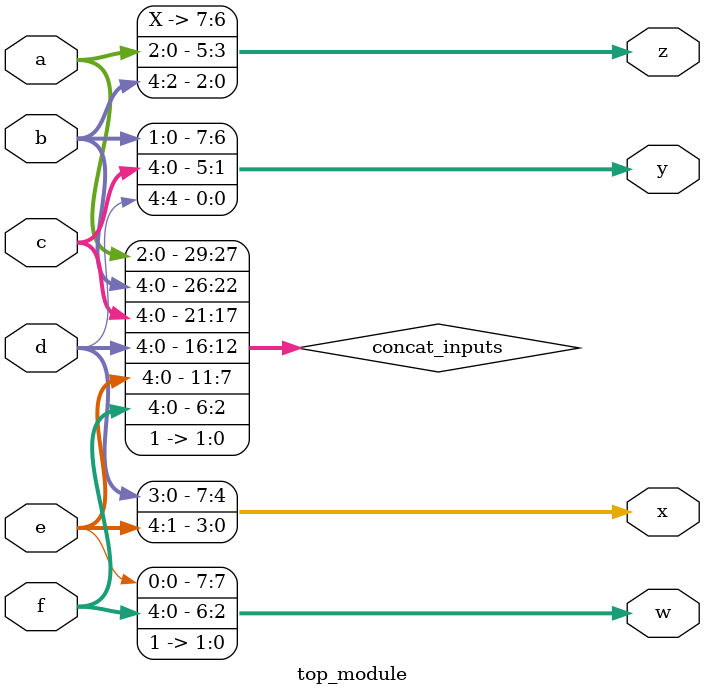
<source format=sv>
module top_module (
    input [4:0] a,
    input [4:0] b,
    input [4:0] c,
    input [4:0] d,
    input [4:0] e,
    input [4:0] f,
    output [7:0] w,
    output [7:0] x,
    output [7:0] y,
    output [7:0] z
);

wire [29:0] concat_inputs;

assign concat_inputs = {a, b, c, d, e, f, 2'b11};

assign w = concat_inputs[7:0];
assign x = concat_inputs[15:8];
assign y = concat_inputs[23:16];
assign z = concat_inputs[31:24];

endmodule

</source>
